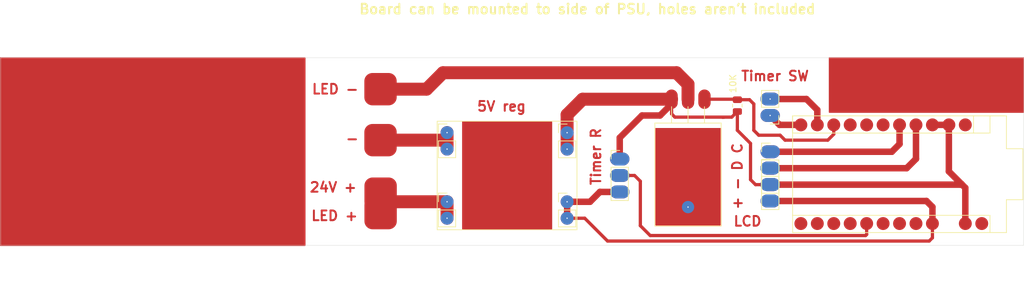
<source format=kicad_pcb>
(kicad_pcb (version 20211014) (generator pcbnew)
  (layers (0 "F.Cu" signal) (31 "B.Cu" signal) (34 "B.Paste" user) (35 "F.Paste" user) (36 "B.SilkS" user "B.Silkscreen") (37 "F.SilkS" user "F.Silkscreen") (38 "B.Mask" user) (39 "F.Mask" user) (44 "Edge.Cuts" user))
  (net 0 "")
  (footprint "Package_TO_SOT_THT:TO-220-3_Horizontal_TabDown" (layer "F.Cu") (at 176.847999 77.420499 180)
    (fp_text reference "REF**" hide)
    (fp_text value "TO-220-3_Horizontal_TabDown")
    (fp_line (start 5.08 -3.69) (end 5.08 -1.15) (layer "F.SilkS") (width 0.12))
    (fp_line (start 0 -3.69) (end 0 -1.15) (layer "F.SilkS") (width 0.12))
    (fp_line (start 2.54 -3.69) (end 2.54 -1.15) (layer "F.SilkS") (width 0.12))
    (fp_line (start 7.66 -19.58) (end 7.66 -3.69) (layer "F.SilkS") (width 0.12))
    (fp_line (start -2.58 -19.58) (end 7.66 -19.58) (layer "F.SilkS") (width 0.12))
    (fp_line (start -2.58 -3.69) (end 7.66 -3.69) (layer "F.SilkS") (width 0.12))
    (fp_line (start -2.58 -19.58) (end -2.58 -3.69) (layer "F.SilkS") (width 0.12))
    (pad "" thru_hole circle (at 2.54 -16.66 180) (size 1.905 1.905) (drill 0.2) (layers *.Cu *.Mask))
    (pad "1" smd oval (at 0 0 180) (size 1.905 3) (layers "F.Cu" "F.Paste" "F.Mask"))
    (pad "2" smd oval (at 2.54 0 180) (size 1.905 3) (layers "F.Cu" "F.Paste" "F.Mask"))
    (pad "3" smd oval (at 5.08 0 180) (size 1.905 3) (layers "F.Cu" "F.Paste" "F.Mask"))
  )
  (footprint "Connector_Wire:SolderWirePad_1x01_SMD_1x2mm" (layer "F.Cu") (at 126.810001 75.869997 -90)
    (fp_text reference "REF**" hide)
    (fp_text value "SolderWirePad_1x01_SMD_1x2mm")
    (pad "1" smd roundrect locked (at 0 0 270) (size 5 5) (layers "F.Cu" "F.Paste" "F.Mask"))
  )
  (footprint "Connector_PinHeader_2.54mm:PinHeader_1x03_P2.54mm_Vertical" (layer "F.Cu") (at 163.759 86.660009)
    (fp_text reference "REF**" hide)
    (fp_text value "PinHeader_1x03_P2.54mm_Vertical")
    (fp_line (start -1.33 6.41) (end 1.33 6.41) (layer "F.SilkS") (width 0.12))
    (fp_line (start 1.33 1.27) (end 1.33 6.41) (layer "F.SilkS") (width 0.12))
    (fp_line (start -1.33 1.27) (end -1.33 6.41) (layer "F.SilkS") (width 0.12))
    (fp_line (start -1.33 -1.33) (end 0 -1.33) (layer "F.SilkS") (width 0.12))
    (fp_line (start -1.33 1.27) (end 1.33 1.27) (layer "F.SilkS") (width 0.12))
    (fp_line (start -1.33 0) (end -1.33 -1.33) (layer "F.SilkS") (width 0.12))
    (pad "1" thru_hole oval locked (at 0 0) (size 3 2) (drill 0.001) (layers *.Cu *.Mask))
    (pad "2" thru_hole oval locked (at 0 2.54) (size 3 2) (drill 0.001) (layers *.Cu *.Mask))
    (pad "3" thru_hole oval locked (at 0 5.08) (size 3 2) (drill 0.001) (layers *.Cu *.Mask))
  )
  (footprint "Resistor_SMD:R_0805_2012Metric" (layer "F.Cu") (at 181.927999 78.409999 90)
    (fp_text reference "10K" (at 3.409999 -0.677999 90) (layer "F.SilkS"))
    (fp_text value "R_0805_2012Metric")
    (fp_line (start -0.227064 0.735) (end 0.227064 0.735) (layer "F.SilkS") (width 0.12))
    (fp_line (start -0.227064 -0.735) (end 0.227064 -0.735) (layer "F.SilkS") (width 0.12))
    (pad "1" smd roundrect (at -0.9125 0 90) (size 1.025 1.4) (layers "F.Cu" "F.Paste" "F.Mask") (roundrect_rratio 0.243902))
    (pad "2" smd roundrect (at 0.9125 0 90) (size 1.025 1.4) (layers "F.Cu" "F.Paste" "F.Mask") (roundrect_rratio 0.243902))
  )
  (footprint "Connector_PinHeader_2.54mm:PinHeader_1x03_P2.54mm_Vertical" (layer "F.Cu") (at 187.007999 88.061999)
    (fp_text reference "REF**" hide)
    (fp_text value "PinHeader_1x03_P2.54mm_Vertical")
    (fp_line (start -1.33 -1.33) (end 0 -1.33) (layer "F.SilkS") (width 0.12))
    (fp_line (start -1.33 0) (end -1.33 -1.33) (layer "F.SilkS") (width 0.12))
    (fp_line (start 1.33 1.27) (end 1.33 6.41) (layer "F.SilkS") (width 0.12))
    (fp_line (start -1.33 6.41) (end 1.33 6.41) (layer "F.SilkS") (width 0.12))
    (fp_line (start -1.33 1.27) (end -1.33 6.41) (layer "F.SilkS") (width 0.12))
    (fp_line (start -1.33 1.27) (end 1.33 1.27) (layer "F.SilkS") (width 0.12))
    (pad "1" thru_hole oval locked (at 0 0) (size 3 2) (drill 0.001) (layers *.Cu *.Mask))
    (pad "2" thru_hole oval locked (at 0 2.54) (size 3 2) (drill 0.001) (layers *.Cu *.Mask))
    (pad "3" thru_hole oval locked (at 0 5.08) (size 3 2) (drill 0.001) (layers *.Cu *.Mask))
  )
  (footprint "" (layer "F.Cu") (at 126.826529 95.011274)
    (fp_text reference "" (at 0 0) (layer "F.SilkS") (effects (font (size 1.27 1.27))))
    (fp_text value "" (at 0 0) (layer "F.SilkS") (effects (font (size 1.27 1.27))))
    (pad "1" smd roundrect locked (at 0 0 270) (size 5 5) (layers "F.Cu" "F.Paste" "F.Mask"))
  )
  (footprint "Connector_PinHeader_2.54mm:PinHeader_1x02_P2.54mm_Vertical" (layer "F.Cu") (at 155.631001 82.591007)
    (fp_text reference "REF**" hide)
    (fp_text value "PinHeader_1x02_P2.54mm_Vertical")
    (fp_line (start -1.33 3.87) (end 1.33 3.87) (layer "F.SilkS") (width 0.12))
    (fp_line (start -1.33 1.27) (end -1.33 3.87) (layer "F.SilkS") (width 0.12))
    (fp_line (start 1.33 1.27) (end 1.33 3.87) (layer "F.SilkS") (width 0.12))
    (fp_line (start -1.33 -1.33) (end 0 -1.33) (layer "F.SilkS") (width 0.12))
    (fp_line (start -1.33 1.27) (end 1.33 1.27) (layer "F.SilkS") (width 0.12))
    (fp_line (start -1.33 0) (end -1.33 -1.33) (layer "F.SilkS") (width 0.12))
    (pad "1" thru_hole circle (at 0 0) (size 2 2) (drill 0.2) (layers *.Cu *.Mask))
    (pad "2" thru_hole circle (at 0 2.54) (size 2 2) (drill 0.2) (layers *.Cu *.Mask))
  )
  (footprint "Connector_PinHeader_2.54mm:PinHeader_1x03_P2.54mm_Vertical" (layer "F.Cu") (at 187.007999 85.537001)
    (fp_text reference "REF**" hide)
    (fp_text value "PinHeader_1x03_P2.54mm_Vertical")
    (fp_line (start -1.33 6.41) (end 1.33 6.41) (layer "F.SilkS") (width 0.12))
    (fp_line (start 1.33 1.27) (end 1.33 6.41) (layer "F.SilkS") (width 0.12))
    (fp_line (start -1.33 0) (end -1.33 -1.33) (layer "F.SilkS") (width 0.12))
    (fp_line (start -1.33 1.27) (end 1.33 1.27) (layer "F.SilkS") (width 0.12))
    (fp_line (start -1.33 -1.33) (end 0 -1.33) (layer "F.SilkS") (width 0.12))
    (fp_line (start -1.33 1.27) (end -1.33 6.41) (layer "F.SilkS") (width 0.12))
    (pad "1" thru_hole oval locked (at 0 0) (size 3 2) (drill 0.001) (layers *.Cu *.Mask))
    (pad "2" thru_hole oval locked (at 0 2.54) (size 3 2) (drill 0.001) (layers *.Cu *.Mask))
    (pad "3" thru_hole oval locked (at 0 5.08) (size 3 2) (drill 0.001) (layers *.Cu *.Mask))
  )
  (footprint "Connector_PinHeader_2.54mm:PinHeader_1x02_P2.54mm_Vertical" (layer "F.Cu") (at 137.089004 82.581004)
    (fp_text reference "REF**" hide)
    (fp_text value "PinHeader_1x02_P2.54mm_Vertical")
    (fp_line (start -1.33 3.87) (end 1.33 3.87) (layer "F.SilkS") (width 0.12))
    (fp_line (start -1.33 0) (end -1.33 -1.33) (layer "F.SilkS") (width 0.12))
    (fp_line (start -1.33 1.27) (end 1.33 1.27) (layer "F.SilkS") (width 0.12))
    (fp_line (start -1.33 1.27) (end -1.33 3.87) (layer "F.SilkS") (width 0.12))
    (fp_line (start 1.33 1.27) (end 1.33 3.87) (layer "F.SilkS") (width 0.12))
    (fp_line (start -1.33 -1.33) (end 0 -1.33) (layer "F.SilkS") (width 0.12))
    (pad "1" thru_hole circle (at 0 0) (size 2 2) (drill 0.2) (layers *.Cu *.Mask))
    (pad "2" thru_hole circle (at 0 2.54) (size 2 2) (drill 0.2) (layers *.Cu *.Mask))
  )
  (footprint "Connector_Wire:SolderWirePad_1x01_SMD_1x2mm" (layer "F.Cu") (at 126.809999 83.743999 -90)
    (fp_text reference "REF**" hide)
    (fp_text value "SolderWirePad_1x01_SMD_1x2mm")
    (pad "1" smd roundrect locked (at 0 0 270) (size 5 5) (layers "F.Cu" "F.Paste" "F.Mask"))
  )
  (footprint "Connector_PinHeader_2.54mm:PinHeader_1x02_P2.54mm_Vertical" (layer "F.Cu") (at 186.992999 79.934 180)
    (fp_text reference "REF**" hide)
    (fp_text value "PinHeader_1x02_P2.54mm_Vertical")
    (fp_line (start -1.33 1.27) (end -1.33 3.87) (layer "F.SilkS") (width 0.12))
    (fp_line (start 1.33 1.27) (end 1.33 3.87) (layer "F.SilkS") (width 0.12))
    (fp_line (start -1.33 0) (end -1.33 -1.33) (layer "F.SilkS") (width 0.12))
    (fp_line (start -1.33 1.27) (end 1.33 1.27) (layer "F.SilkS") (width 0.12))
    (fp_line (start -1.33 -1.33) (end 0 -1.33) (layer "F.SilkS") (width 0.12))
    (fp_line (start -1.33 3.87) (end 1.33 3.87) (layer "F.SilkS") (width 0.12))
    (pad "1" thru_hole oval (at 0 0 180) (size 3 2) (drill 0.2) (layers *.Cu *.Mask))
    (pad "2" thru_hole oval (at 0 2.54 180) (size 3 2) (drill 0.2) (layers *.Cu *.Mask))
  )
  (footprint "" (layer "F.Cu") (at 126.826528 92.011278)
    (fp_text reference "" (at 0 0) (layer "F.SilkS") (effects (font (size 1.27 1.27))))
    (fp_text value "" (at 0 0) (layer "F.SilkS") (effects (font (size 1.27 1.27))))
    (pad "1" smd roundrect locked (at 0 0 270) (size 5 5) (layers "F.Cu" "F.Paste" "F.Mask"))
  )
  (footprint "ard:Sparkfun_Pro_Micro" (layer "F.Cu") (at 191.738002 96.624004 90)
    (fp_text reference "REF**" hide)
    (fp_text value "Sparkfun_Pro_Micro")
    (fp_line (start 1.27 1.27) (end 1.27 -1.27) (layer "F.SilkS") (width 0.12))
    (fp_line (start -1.397 31.75) (end 3.683 31.75) (layer "F.SilkS") (width 0.12))
    (fp_line (start -1.397 -1.27) (end -1.397 31.75) (layer "F.SilkS") (width 0.12))
    (fp_line (start 11.557 31.75) (end 16.637 31.75) (layer "F.SilkS") (width 0.12))
    (fp_line (start 11.557 34.29) (end 11.557 31.75) (layer "F.SilkS") (width 0.12))
    (fp_line (start 13.97 29.21) (end 16.64 29.21) (layer "F.SilkS") (width 0.12))
    (fp_line (start 16.637 31.75) (end 16.64 -1.27) (layer "F.SilkS") (width 0.12))
    (fp_line (start 3.683 34.29) (end 3.683 31.75) (layer "F.SilkS") (width 0.12))
    (fp_line (start 13.97 -1.27) (end 13.97 29.21) (layer "F.SilkS") (width 0.12))
    (fp_line (start 1.27 29.21) (end -1.4 29.21) (layer "F.SilkS") (width 0.12))
    (fp_line (start 3.683 34.29) (end 11.557 34.29) (layer "F.SilkS") (width 0.12))
    (fp_line (start 13.97 26.67) (end 16.64 26.67) (layer "F.SilkS") (width 0.12))
    (fp_line (start 1.27 1.27) (end 1.27 29.21) (layer "F.SilkS") (width 0.12))
    (fp_line (start 13.97 -1.27) (end 16.64 -1.27) (layer "F.SilkS") (width 0.12))
    (fp_line (start 1.27 -1.27) (end -1.397 -1.27) (layer "F.SilkS") (width 0.12))
    (fp_line (start 16.637 -1.27) (end 1.27 -1.27) (layer "F.SilkS") (width 0.12))
    (pad "2" smd oval locked (at 15.24 25.4 90) (size 2 2) (layers "F.Cu" "F.Paste" "F.Mask"))
    (pad "3" smd oval locked (at 15.24 22.86 90) (size 2 2) (layers "F.Cu" "F.Paste" "F.Mask"))
    (pad "4" smd oval locked (at 15.24 20.32 90) (size 2 2) (layers "F.Cu" "F.Paste" "F.Mask"))
    (pad "5" smd oval locked (at 15.24 17.78 90) (size 2 2) (layers "F.Cu" "F.Paste" "F.Mask"))
    (pad "6" smd oval locked (at 15.24 15.24 90) (size 2 2) (layers "F.Cu" "F.Paste" "F.Mask"))
    (pad "7" smd oval locked (at 15.24 12.7 90) (size 2 2) (layers "F.Cu" "F.Paste" "F.Mask"))
    (pad "8" smd oval locked (at 15.24 10.16 90) (size 2 2) (layers "F.Cu" "F.Paste" "F.Mask"))
    (pad "9" smd oval locked (at 15.24 7.62 90) (size 2 2) (layers "F.Cu" "F.Paste" "F.Mask"))
    (pad "10" smd oval locked (at 15.24 5.08 90) (size 2 2) (layers "F.Cu" "F.Paste" "F.Mask"))
    (pad "11" smd oval locked (at 15.24 2.54 90) (size 2 2) (layers "F.Cu" "F.Paste" "F.Mask"))
    (pad "12" smd oval locked (at 15.24 0 90) (size 2 2) (layers "F.Cu" "F.Paste" "F.Mask"))
    (pad "13" smd oval locked (at 0 0 90) (size 2 2) (layers "F.Cu" "F.Paste" "F.Mask"))
    (pad "14" smd oval locked (at 0 2.54 90) (size 2 2) (layers "F.Cu" "F.Paste" "F.Mask"))
    (pad "15" smd oval locked (at 0 5.08 90) (size 2 2) (layers "F.Cu" "F.Paste" "F.Mask"))
    (pad "16" smd oval locked (at 0 7.62 90) (size 2 2) (layers "F.Cu" "F.Paste" "F.Mask"))
    (pad "17" smd oval locked (at 0 10.16 90) (size 2 2) (layers "F.Cu" "F.Paste" "F.Mask"))
    (pad "18" smd oval locked (at 0 12.7 90) (size 2 2) (layers "F.Cu" "F.Paste" "F.Mask"))
    (pad "19" smd oval locked (at 0 15.24 90) (size 2 2) (layers "F.Cu" "F.Paste" "F.Mask"))
    (pad "20" smd oval locked (at 0 17.78 90) (size 2 2) (layers "F.Cu" "F.Paste" "F.Mask"))
    (pad "21" smd oval locked (at 0 20.32 90) (size 2 2) (layers "F.Cu" "F.Paste" "F.Mask"))
    (pad "23" smd oval locked (at 0 25.4 90) (size 2 2) (layers "F.Cu" "F.Paste" "F.Mask"))
    (pad "24" smd oval locked (at 0 27.94 90) (size 2 2) (layers "F.Cu" "F.Paste" "F.Mask"))
  )
  (footprint "Connector_PinHeader_2.54mm:PinHeader_1x02_P2.54mm_Vertical" (layer "F.Cu") (at 155.631003 93.264007)
    (fp_text reference "REF**" hide)
    (fp_text value "PinHeader_1x02_P2.54mm_Vertical")
    (fp_line (start -1.33 1.27) (end -1.33 3.87) (layer "F.SilkS") (width 0.12))
    (fp_line (start -1.33 -1.33) (end 0 -1.33) (layer "F.SilkS") (width 0.12))
    (fp_line (start 1.33 1.27) (end 1.33 3.87) (layer "F.SilkS") (width 0.12))
    (fp_line (start -1.33 0) (end -1.33 -1.33) (layer "F.SilkS") (width 0.12))
    (fp_line (start -1.33 3.87) (end 1.33 3.87) (layer "F.SilkS") (width 0.12))
    (fp_line (start -1.33 1.27) (end 1.33 1.27) (layer "F.SilkS") (width 0.12))
    (pad "1" thru_hole circle (at 0 0) (size 2 2) (drill 0.2) (layers *.Cu *.Mask))
    (pad "2" thru_hole circle (at 0 2.54) (size 2 2) (drill 0.2) (layers *.Cu *.Mask))
  )
  (footprint "Connector_PinHeader_2.54mm:PinHeader_1x02_P2.54mm_Vertical" (layer "F.Cu") (at 137.089 93.259007)
    (fp_text reference "REF**" hide)
    (fp_text value "PinHeader_1x02_P2.54mm_Vertical")
    (fp_line (start -1.33 1.27) (end -1.33 3.87) (layer "F.SilkS") (width 0.12))
    (fp_line (start -1.33 -1.33) (end 0 -1.33) (layer "F.SilkS") (width 0.12))
    (fp_line (start -1.33 3.87) (end 1.33 3.87) (layer "F.SilkS") (width 0.12))
    (fp_line (start -1.33 0) (end -1.33 -1.33) (layer "F.SilkS") (width 0.12))
    (fp_line (start -1.33 1.27) (end 1.33 1.27) (layer "F.SilkS") (width 0.12))
    (fp_line (start 1.33 1.27) (end 1.33 3.87) (layer "F.SilkS") (width 0.12))
    (pad "1" thru_hole circle (at 0 0) (size 2 2) (drill 0.2) (layers *.Cu *.Mask))
    (pad "2" thru_hole circle (at 0 2.54) (size 2 2) (drill 0.2) (layers *.Cu *.Mask))
  )
  (gr_rect (start 68.135999 71.043999) (end 115.125999 99.999999) (layer "F.Cu") (width 0.2) (fill solid))
  (gr_rect (start 196.151999 71.043999) (end 226.123999 79.425999) (layer "F.Cu") (width 0.2) (fill solid))
  (gr_rect (start 169.227999 96.951999) (end 179.387999 81.965999) (layer "F.Cu") (width 0.2) (fill solid))
  (gr_rect (start 139.509999 80.949999) (end 153.225999 97.459999) (layer "F.Cu") (width 0.2) (fill solid))
  (gr_poly (pts (xy 135.565001 80.818009) (xy 157.155 80.818006) (xy 157.155001 97.582006) (xy 135.565001 97.582008)) (layer "F.SilkS") (width 0.12) (fill none))
  (gr_poly (pts (xy 226.135998 100.000001) (xy 68.135999 99.999999) (xy 68.135997 71.016) (xy 226.135997 71.015999)) (layer "Edge.Cuts") (width 0.05) (fill none))
  (gr_text "-" (at 122.436001 83.51) (layer "F.Cu") (effects (font (size 1.5 1.5) (thickness 0.3))))
  (gr_text "LED +\n" (at 119.697999 95.427999) (layer "F.Cu") (effects (font (size 1.5 1.5) (thickness 0.3))))
  (gr_text "LCD" (at 183.499999 96.275999) (layer "F.Cu") (effects (font (size 1.5 1.5) (thickness 0.3))))
  (gr_text "Timer SW" (at 187.75 73.837999) (layer "F.Cu") (effects (font (size 1.5 1.5) (thickness 0.3))))
  (gr_text "LED -\n" (at 119.810003 75.869999) (layer "F.Cu") (effects (font (size 1.5 1.5) (thickness 0.3))))
  (gr_text "+ - D C" (at 181.927999 89.331999 90) (layer "F.Cu") (effects (font (size 1.5 1.5) (thickness 0.3))))
  (gr_text "24V +" (at 119.499999 91.025999) (layer "F.Cu") (effects (font (size 1.5 1.5) (thickness 0.3))))
  (gr_text "5V reg" (at 145.499999 78.525999) (layer "F.Cu") (effects (font (size 1.5 1.5) (thickness 0.3))))
  (gr_text "Timer R" (at 160.083999 86.283999 90) (layer "F.Cu") (effects (font (size 1.5 1.5) (thickness 0.3))))
  (gr_text "Board can be mounted to side of PSU, holes aren't included" (at 158.75 63.5) (layer "F.SilkS") (effects (font (size 1.5 1.5) (thickness 0.3))))
  (segment (start 212.058002 94.062002) (end 212.058002 96.624004) (width 1) (layer "F.Cu") (net 0))
  (segment (start 187.007999 90.602) (end 188.008999 90.602) (width 0.5) (layer "F.Cu") (net 0))
  (segment (start 206.978002 84.347996) (end 206.978002 81.384004) (width 1) (layer "F.Cu") (net 0))
  (segment (start 195.897999 83.743999) (end 196.818002 82.823996) (width 0.5) (layer "F.Cu") (net 0))
  (segment (start 212.058003 81.384007) (end 214.598004 81.384006) (width 1) (layer "F.Cu") (net 0))
  (segment (start 194.278002 79.076002) (end 192.596 77.394) (width 1) (layer "F.Cu") (net 0))
  (segment (start 184.737001 90.617001) (end 183.959999 89.839999) (width 0.5) (layer "F.Cu") (net 0))
  (segment (start 187.007999 85.537001) (end 205.788997 85.537001) (width 1) (layer "F.Cu") (net 0))
  (segment (start 183.959999 89.839999) (end 183.959999 84.251999) (width 0.5) (layer "F.Cu") (net 0))
  (segment (start 163.759 89.200009) (end 166.048009 89.200009) (width 0.5) (layer "F.Cu") (net 0))
  (segment (start 216.548994 90.525004) (end 217.138004 91.114013) (width 1) (layer "F.Cu") (net 0))
  (segment (start 137.089 93.259007) (end 128.074257 93.259007) (width 2) (layer "F.Cu") (net 0))
  (segment (start 171.767999 79.679999) (end 171.767999 77.420499) (width 0.5) (layer "F.Cu") (net 0))
  (segment (start 176.847999 77.420499) (end 181.446499 77.420499) (width 0.5) (layer "F.Cu") (net 0))
  (segment (start 172.275999 80.187999) (end 179.641999 80.187999) (width 0.5) (layer "F.Cu") (net 0))
  (segment (start 181.927999 77.497499) (end 183.809499 77.497499) (width 0.5) (layer "F.Cu") (net 0))
  (segment (start 166.048009 89.200009) (end 166.941999 90.093999) (width 0.5) (layer "F.Cu") (net 0))
  (segment (start 163.759 83.370998) (end 167.195999 79.933999) (width 1) (layer "F.Cu") (net 0))
  (segment (start 167.195999 79.933999) (end 169.989999 79.933999) (width 1) (layer "F.Cu") (net 0))
  (segment (start 159.171999 93.264007) (end 155.631003 93.264007) (width 1) (layer "F.Cu") (net 0))
  (segment (start 155.631003 93.264007) (end 155.631003 95.804007) (width 1) (layer "F.Cu") (net 0))
  (segment (start 155.631003 95.804007) (end 158.353262 95.804007) (width 0.5) (layer "F.Cu") (net 0))
  (segment (start 217.138003 96.624007) (end 217.138004 91.114013) (width 1) (layer "F.Cu") (net 0))
  (segment (start 181.927999 79.322499) (end 181.927999 82.219999) (width 0.5) (layer "F.Cu") (net 0))
  (segment (start 155.631001 85.131007) (end 155.631001 82.591007) (width 2) (layer "F.Cu") (net 0))
  (segment (start 181.062499 80.187999) (end 181.927999 79.322499) (width 0.5) (layer "F.Cu") (net 0))
  (segment (start 163.758999 91.740006) (end 160.695999 91.740005) (width 1) (layer "F.Cu") (net 0))
  (segment (start 136.461999 73.329999) (end 133.922001 75.869997) (width 2) (layer "F.Cu") (net 0))
  (segment (start 214.461996 81.247997) (end 214.598004 81.384006) (width 1) (layer "F.Cu") (net 0))
  (segment (start 214.598005 88.574014) (end 216.548994 90.525004) (width 1) (layer "F.Cu") (net 0))
  (segment (start 137.089 93.259007) (end 137.089001 94.534006) (width 2) (layer "F.Cu") (net 0))
  (segment (start 137.088998 84.370998) (end 137.089004 82.581004) (width 2) (layer "F.Cu") (net 0))
  (segment (start 163.759 86.660009) (end 163.759 83.370998) (width 1) (layer "F.Cu") (net 0))
  (segment (start 191.738002 81.384004) (end 188.443003 81.384004) (width 1) (layer "F.Cu") (net 0))
  (segment (start 211.921996 81.248001) (end 212.058003 81.384007) (width 1) (layer "F.Cu") (net 0))
  (segment (start 187.007999 93.141999) (end 211.137999 93.141999) (width 1) (layer "F.Cu") (net 0))
  (segment (start 172.529999 73.329999) (end 136.461999 73.329999) (width 2) (layer "F.Cu") (net 0))
  (segment (start 209.381996 81.248) (end 209.518004 81.384006) (width 1) (layer "F.Cu") (net 0))
  (segment (start 137.088996 85.121006) (end 137.088998 84.370998) (width 2) (layer "F.Cu") (net 0))
  (segment (start 206.841999 81.247999) (end 206.978003 81.384005) (width 1) (layer "F.Cu") (net 0))
  (segment (start 179.641999 80.187999) (end 181.062499 80.187999) (width 0.5) (layer "F.Cu") (net 0))
  (segment (start 183.959999 84.251999) (end 183.324999 83.616999) (width 0.5) (layer "F.Cu") (net 0))
  (segment (start 181.927999 82.219999) (end 183.324999 83.616999) (width 0.5) (layer "F.Cu") (net 0))
  (segment (start 187.007999 88.077001) (end 208.074997 88.077001) (width 1) (layer "F.Cu") (net 0))
  (segment (start 184.467999 82.219999) (end 185.229999 82.981999) (width 0.5) (layer "F.Cu") (net 0))
  (segment (start 168.465999 98.475999) (end 201.739999 98.475999) (width 0.5) (layer "F.Cu") (net 0))
  (segment (start 196.818002 82.823996) (end 196.818002 81.384004) (width 0.5) (layer "F.Cu") (net 0))
  (segment (start 161.878529 99.329274) (end 211.554724 99.329274) (width 0.5) (layer "F.Cu") (net 0))
  (segment (start 188.443003 81.384004) (end 186.992999 79.934) (width 1) (layer "F.Cu") (net 0))
  (segment (start 155.631001 79.814997) (end 155.631001 82.591007) (width 2) (layer "F.Cu") (net 0))
  (segment (start 158.025499 77.420499) (end 155.631001 79.814997) (width 2) (layer "F.Cu") (net 0))
  (segment (start 188.531999 82.981999) (end 189.293999 83.743999) (width 0.5) (layer "F.Cu") (net 0))
  (segment (start 194.278002 81.384004) (end 194.278002 79.076002) (width 1) (layer "F.Cu") (net 0))
  (segment (start 166.941999 96.951999) (end 168.465999 98.475999) (width 0.5) (layer "F.Cu") (net 0))
  (segment (start 211.137999 93.141999) (end 212.058002 94.062002) (width 1) (layer "F.Cu") (net 0))
  (segment (start 136.461999 83.743999) (end 137.088998 84.370998) (width 2) (layer "F.Cu") (net 0))
  (segment (start 187.007999 90.617001) (end 216.456997 90.617001) (width 1) (layer "F.Cu") (net 0))
  (segment (start 169.989999 79.933999) (end 171.767999 78.155999) (width 1) (layer "F.Cu") (net 0))
  (segment (start 212.058002 98.825996) (end 212.058002 96.624004) (width 0.5) (layer "F.Cu") (net 0))
  (segment (start 160.695999 91.740005) (end 159.171999 93.264007) (width 1) (layer "F.Cu") (net 0))
  (segment (start 174.307999 77.420499) (end 174.307999 75.107999) (width 2) (layer "F.Cu") (net 0))
  (segment (start 179.641999 80.187999) (end 179.895999 80.187999) (width 0.5) (layer "F.Cu") (net 0))
  (segment (start 183.809499 77.497499) (end 184.467999 78.155999) (width 0.5) (layer "F.Cu") (net 0))
  (segment (start 208.074997 88.077001) (end 209.518002 86.633996) (width 1) (layer "F.Cu") (net 0))
  (segment (start 174.307999 75.107999) (end 172.529999 73.329999) (width 2) (layer "F.Cu") (net 0))
  (segment (start 205.788997 85.537001) (end 206.978002 84.347996) (width 1) (layer "F.Cu") (net 0))
  (segment (start 126.809999 83.743999) (end 136.461999 83.743999) (width 2) (layer "F.Cu") (net 0))
  (segment (start 209.518002 86.633996) (end 209.518002 81.384004) (width 1) (layer "F.Cu") (net 0))
  (segment (start 187.007999 90.617001) (end 184.737001 90.617001) (width 0.5) (layer "F.Cu") (net 0))
  (segment (start 201.739999 98.475999) (end 201.898002 98.317996) (width 0.5) (layer "F.Cu") (net 0))
  (segment (start 189.293999 83.743999) (end 195.897999 83.743999) (width 0.5) (layer "F.Cu") (net 0))
  (segment (start 214.598004 81.384006) (end 214.598005 88.574014) (width 1) (layer "F.Cu") (net 0))
  (segment (start 185.229999 82.981999) (end 188.531999 82.981999) (width 0.5) (layer "F.Cu") (net 0))
  (segment (start 137.089001 94.534006) (end 137.088997 95.799006) (width 2) (layer "F.Cu") (net 0))
  (segment (start 204.301999 81.248001) (end 204.438005 81.384003) (width 1) (layer "F.Cu") (net 0))
  (segment (start 158.353262 95.804007) (end 161.878529 99.329274) (width 0.5) (layer "F.Cu") (net 0))
  (segment (start 171.767999 79.679999) (end 172.275999 80.187999) (width 0.5) (layer "F.Cu") (net 0))
  (segment (start 211.554724 99.329274) (end 212.058002 98.825996) (width 0.5) (layer "F.Cu") (net 0))
  (segment (start 128.074257 93.259007) (end 126.826528 92.011278) (width 2) (layer "F.Cu") (net 0))
  (segment (start 201.898002 98.317996) (end 201.898002 96.624004) (width 0.5) (layer "F.Cu") (net 0))
  (segment (start 184.467999 78.155999) (end 184.467999 82.219999) (width 0.5) (layer "F.Cu") (net 0))
  (segment (start 171.767999 77.420499) (end 158.025499 77.420499) (width 2) (layer "F.Cu") (net 0))
  (segment (start 192.596 77.394) (end 186.992999 77.394) (width 1) (layer "F.Cu") (net 0))
  (segment (start 216.456997 90.617001) (end 216.548994 90.525004) (width 1) (layer "F.Cu") (net 0))
  (segment (start 171.767999 78.155999) (end 171.767999 77.420499) (width 1) (layer "F.Cu") (net 0))
  (segment (start 133.922001 75.869997) (end 126.810001 75.869997) (width 2) (layer "F.Cu") (net 0))
  (segment (start 166.941999 90.093999) (end 166.941999 96.951999) (width 0.5) (layer "F.Cu") (net 0))
)
</source>
